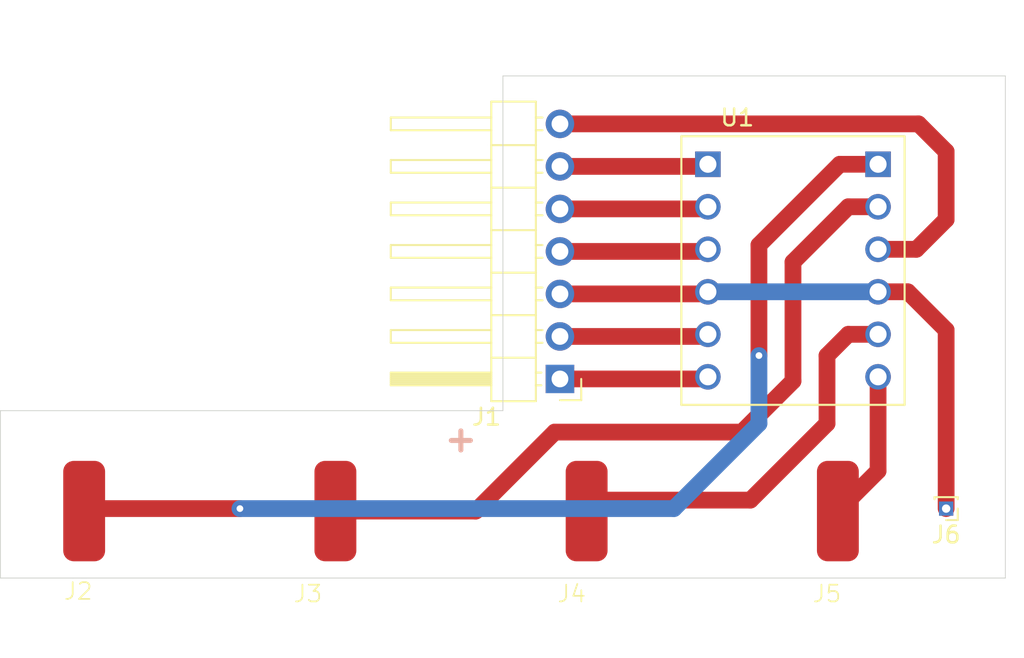
<source format=kicad_pcb>
(kicad_pcb (version 20221018) (generator pcbnew)
  (layers (0 "F.Cu" signal) (31 "B.Cu" signal) (34 "B.Paste" user) (35 "F.Paste" user) (36 "B.SilkS" user "B.Silkscreen") (37 "F.SilkS" user "F.Silkscreen") (38 "B.Mask" user) (39 "F.Mask" user) (44 "Edge.Cuts" user))
  (net 0 "")
  (net 1 "Net-(J1-Pin_1)")
  (net 2 "Net-(J1-Pin_2)")
  (net 3 "+3V3")
  (net 4 "GND")
  (net 5 "Net-(J1-Pin_6)")
  (net 6 "Net-(J1-Pin_7)")
  (net 7 "Net-(J2-Pin_1)")
  (net 8 "Net-(J3-Pin_1)")
  (net 9 "Net-(J4-Pin_1)")
  (net 10 "Net-(J5-Pin_1)")
  (net 11 "Net-(J1-Pin_5)")
  (footprint "GPIO_footprints:Pad_for_BNC" (layer "F.Cu") (at 104.648 91.291)
    (fp_text reference "J2" (at 0 -0.5 unlocked) (layer "F.SilkS") (effects (font (thickness 0.1))))
    (fp_text value "Conn_01x01")
    (pad "1" smd roundrect (at 0.352 -5.291) (size 2.5 6) (layers "F.Cu" "F.Paste" "F.Mask") (net 7 "Net-(J2-Pin_1)"))
  )
  (footprint "GPIO_footprints:Pad_for_BNC" (layer "F.Cu") (at 118.364 91.44)
    (fp_text reference "J3" (at 0 -0.5 unlocked) (layer "F.SilkS") (effects (font (thickness 0.1))))
    (fp_text value "Conn_01x01")
    (pad "1" smd roundrect (at 1.636 -5.44) (size 2.5 6) (layers "F.Cu" "F.Paste" "F.Mask") (net 8 "Net-(J3-Pin_1)"))
  )
  (footprint "Connector_PinHeader_2.54mm:PinHeader_1x07_P2.54mm_Horizontal" (layer "F.Cu") (at 133.407 78.105 180)
    (fp_text reference "J1" (at 4.385 -2.27) (layer "F.SilkS"))
    (fp_text value "Conn_01x07")
    (fp_line (start -1.27 -1.27) (end 0 -1.27) (stroke (width 0.12)) (layer "F.SilkS"))
    (fp_line (start -1.27 0) (end -1.27 -1.27) (stroke (width 0.12)) (layer "F.SilkS"))
    (fp_line (start 1.042929 2.16) (end 1.44 2.16) (stroke (width 0.12)) (layer "F.SilkS"))
    (fp_line (start 1.042929 2.92) (end 1.44 2.92) (stroke (width 0.12)) (layer "F.SilkS"))
    (fp_line (start 1.042929 4.7) (end 1.44 4.7) (stroke (width 0.12)) (layer "F.SilkS"))
    (fp_line (start 1.042929 5.46) (end 1.44 5.46) (stroke (width 0.12)) (layer "F.SilkS"))
    (fp_line (start 1.042929 7.24) (end 1.44 7.24) (stroke (width 0.12)) (layer "F.SilkS"))
    (fp_line (start 1.042929 8) (end 1.44 8) (stroke (width 0.12)) (layer "F.SilkS"))
    (fp_line (start 1.042929 9.78) (end 1.44 9.78) (stroke (width 0.12)) (layer "F.SilkS"))
    (fp_line (start 1.042929 10.54) (end 1.44 10.54) (stroke (width 0.12)) (layer "F.SilkS"))
    (fp_line (start 1.042929 12.32) (end 1.44 12.32) (stroke (width 0.12)) (layer "F.SilkS"))
    (fp_line (start 1.042929 13.08) (end 1.44 13.08) (stroke (width 0.12)) (layer "F.SilkS"))
    (fp_line (start 1.042929 14.86) (end 1.44 14.86) (stroke (width 0.12)) (layer "F.SilkS"))
    (fp_line (start 1.042929 15.62) (end 1.44 15.62) (stroke (width 0.12)) (layer "F.SilkS"))
    (fp_line (start 1.11 -0.38) (end 1.44 -0.38) (stroke (width 0.12)) (layer "F.SilkS"))
    (fp_line (start 1.11 0.38) (end 1.44 0.38) (stroke (width 0.12)) (layer "F.SilkS"))
    (fp_line (start 1.44 -1.33) (end 1.44 16.57) (stroke (width 0.12)) (layer "F.SilkS"))
    (fp_line (start 1.44 1.27) (end 4.1 1.27) (stroke (width 0.12)) (layer "F.SilkS"))
    (fp_line (start 1.44 3.81) (end 4.1 3.81) (stroke (width 0.12)) (layer "F.SilkS"))
    (fp_line (start 1.44 6.35) (end 4.1 6.35) (stroke (width 0.12)) (layer "F.SilkS"))
    (fp_line (start 1.44 8.89) (end 4.1 8.89) (stroke (width 0.12)) (layer "F.SilkS"))
    (fp_line (start 1.44 11.43) (end 4.1 11.43) (stroke (width 0.12)) (layer "F.SilkS"))
    (fp_line (start 1.44 13.97) (end 4.1 13.97) (stroke (width 0.12)) (layer "F.SilkS"))
    (fp_line (start 1.44 16.57) (end 4.1 16.57) (stroke (width 0.12)) (layer "F.SilkS"))
    (fp_line (start 4.1 -1.33) (end 1.44 -1.33) (stroke (width 0.12)) (layer "F.SilkS"))
    (fp_line (start 4.1 -0.38) (end 10.1 -0.38) (stroke (width 0.12)) (layer "F.SilkS"))
    (fp_line (start 4.1 -0.32) (end 10.1 -0.32) (stroke (width 0.12)) (layer "F.SilkS"))
    (fp_line (start 4.1 -0.2) (end 10.1 -0.2) (stroke (width 0.12)) (layer "F.SilkS"))
    (fp_line (start 4.1 -0.08) (end 10.1 -0.08) (stroke (width 0.12)) (layer "F.SilkS"))
    (fp_line (start 4.1 0.04) (end 10.1 0.04) (stroke (width 0.12)) (layer "F.SilkS"))
    (fp_line (start 4.1 0.16) (end 10.1 0.16) (stroke (width 0.12)) (layer "F.SilkS"))
    (fp_line (start 4.1 0.28) (end 10.1 0.28) (stroke (width 0.12)) (layer "F.SilkS"))
    (fp_line (start 4.1 2.16) (end 10.1 2.16) (stroke (width 0.12)) (layer "F.SilkS"))
    (fp_line (start 4.1 4.7) (end 10.1 4.7) (stroke (width 0.12)) (layer "F.SilkS"))
    (fp_line (start 4.1 7.24) (end 10.1 7.24) (stroke (width 0.12)) (layer "F.SilkS"))
    (fp_line (start 4.1 9.78) (end 10.1 9.78) (stroke (width 0.12)) (layer "F.SilkS"))
    (fp_line (start 4.1 12.32) (end 10.1 12.32) (stroke (width 0.12)) (layer "F.SilkS"))
    (fp_line (start 4.1 14.86) (end 10.1 14.86) (stroke (width 0.12)) (layer "F.SilkS"))
    (fp_line (start 4.1 16.57) (end 4.1 -1.33) (stroke (width 0.12)) (layer "F.SilkS"))
    (fp_line (start 10.1 -0.38) (end 10.1 0.38) (stroke (width 0.12)) (layer "F.SilkS"))
    (fp_line (start 10.1 0.38) (end 4.1 0.38) (stroke (width 0.12)) (layer "F.SilkS"))
    (fp_line (start 10.1 2.16) (end 10.1 2.92) (stroke (width 0.12)) (layer "F.SilkS"))
    (fp_line (start 10.1 2.92) (end 4.1 2.92) (stroke (width 0.12)) (layer "F.SilkS"))
    (fp_line (start 10.1 4.7) (end 10.1 5.46) (stroke (width 0.12)) (layer "F.SilkS"))
    (fp_line (start 10.1 5.46) (end 4.1 5.46) (stroke (width 0.12)) (layer "F.SilkS"))
    (fp_line (start 10.1 7.24) (end 10.1 8) (stroke (width 0.12)) (layer "F.SilkS"))
    (fp_line (start 10.1 8) (end 4.1 8) (stroke (width 0.12)) (layer "F.SilkS"))
    (fp_line (start 10.1 9.78) (end 10.1 10.54) (stroke (width 0.12)) (layer "F.SilkS"))
    (fp_line (start 10.1 10.54) (end 4.1 10.54) (stroke (width 0.12)) (layer "F.SilkS"))
    (fp_line (start 10.1 12.32) (end 10.1 13.08) (stroke (width 0.12)) (layer "F.SilkS"))
    (fp_line (start 10.1 13.08) (end 4.1 13.08) (stroke (width 0.12)) (layer "F.SilkS"))
    (fp_line (start 10.1 14.86) (end 10.1 15.62) (stroke (width 0.12)) (layer "F.SilkS"))
    (fp_line (start 10.1 15.62) (end 4.1 15.62) (stroke (width 0.12)) (layer "F.SilkS"))
    (pad "1" thru_hole rect (at 0 0 180) (size 1.7 1.7) (drill 1) (layers "*.Cu" "*.Mask") (net 1 "Net-(J1-Pin_1)"))
    (pad "2" thru_hole oval (at 0 2.54 180) (size 1.7 1.7) (drill 1) (layers "*.Cu" "*.Mask") (net 2 "Net-(J1-Pin_2)"))
    (pad "3" thru_hole oval (at 0 5.08 180) (size 1.7 1.7) (drill 1) (layers "*.Cu" "*.Mask") (net 4 "GND"))
    (pad "4" thru_hole oval (at 0 7.62 180) (size 1.7 1.7) (drill 1) (layers "*.Cu" "*.Mask") (net 3 "+3V3"))
    (pad "5" thru_hole oval (at 0 10.16 180) (size 1.7 1.7) (drill 1) (layers "*.Cu" "*.Mask") (net 11 "Net-(J1-Pin_5)"))
    (pad "6" thru_hole oval (at 0 12.7 180) (size 1.7 1.7) (drill 1) (layers "*.Cu" "*.Mask") (net 5 "Net-(J1-Pin_6)"))
    (pad "7" thru_hole oval (at 0 15.24 180) (size 1.7 1.7) (drill 1) (layers "*.Cu" "*.Mask") (net 6 "Net-(J1-Pin_7)"))
  )
  (footprint "GPIO_footprints:Pad_for_BNC" (layer "F.Cu") (at 149.352 91.44)
    (fp_text reference "J5" (at 0 -0.5 unlocked) (layer "F.SilkS") (effects (font (thickness 0.1))))
    (fp_text value "Conn_01x01")
    (pad "1" smd roundrect (at 0.648 -5.44) (size 2.5 6) (layers "F.Cu" "F.Paste" "F.Mask") (net 10 "Net-(J5-Pin_1)"))
  )
  (footprint "GPIO_footprints:Pad_for_BNC" (layer "F.Cu") (at 134.112 91.44)
    (fp_text reference "J4" (at 0 -0.5 unlocked) (layer "F.SilkS") (effects (font (thickness 0.1))))
    (fp_text value "Conn_01x01")
    (pad "1" smd roundrect (at 0.888 -5.44) (size 2.5 6) (layers "F.Cu" "F.Paste" "F.Mask") (net 9 "Net-(J4-Pin_1)"))
  )
  (footprint "GPIO_footprints:CONV_BOB-12009" (layer "F.Cu") (at 147.32 71.628)
    (fp_text reference "U1" (at -3.325 -9.135) (layer "F.SilkS"))
    (fp_text value "BOB-12009")
    (fp_line (start -6.665 -8.025) (end 6.665 -8.025) (stroke (width 0.127)) (layer "F.SilkS"))
    (fp_line (start -6.665 8.025) (end -6.665 -8.025) (stroke (width 0.127)) (layer "F.SilkS"))
    (fp_line (start 6.665 -8.025) (end 6.665 8.025) (stroke (width 0.127)) (layer "F.SilkS"))
    (fp_line (start 6.665 8.025) (end -6.665 8.025) (stroke (width 0.127)) (layer "F.SilkS"))
    (pad "GND_1" thru_hole circle (at 5.08 1.27) (size 1.524 1.524) (drill 1.016) (layers "*.Cu" "*.Mask") (net 4 "GND"))
    (pad "GND_2" thru_hole circle (at -5.08 1.27) (size 1.524 1.524) (drill 1.016) (layers "*.Cu" "*.Mask") (net 4 "GND"))
    (pad "HV" thru_hole circle (at 5.08 -1.27) (size 1.524 1.524) (drill 1.016) (layers "*.Cu" "*.Mask") (net 6 "Net-(J1-Pin_7)"))
    (pad "HV1" thru_hole rect (at 5.08 -6.35) (size 1.524 1.524) (drill 1.016) (layers "*.Cu" "*.Mask") (net 7 "Net-(J2-Pin_1)"))
    (pad "HV2" thru_hole circle (at 5.08 -3.81) (size 1.524 1.524) (drill 1.016) (layers "*.Cu" "*.Mask") (net 8 "Net-(J3-Pin_1)"))
    (pad "HV3" thru_hole circle (at 5.08 3.81) (size 1.524 1.524) (drill 1.016) (layers "*.Cu" "*.Mask") (net 9 "Net-(J4-Pin_1)"))
    (pad "HV4" thru_hole circle (at 5.08 6.35) (size 1.524 1.524) (drill 1.016) (layers "*.Cu" "*.Mask") (net 10 "Net-(J5-Pin_1)"))
    (pad "LV" thru_hole circle (at -5.08 -1.27) (size 1.524 1.524) (drill 1.016) (layers "*.Cu" "*.Mask") (net 3 "+3V3"))
    (pad "LV1" thru_hole rect (at -5.08 -6.35) (size 1.524 1.524) (drill 1.016) (layers "*.Cu" "*.Mask") (net 5 "Net-(J1-Pin_6)"))
    (pad "LV2" thru_hole circle (at -5.08 -3.81) (size 1.524 1.524) (drill 1.016) (layers "*.Cu" "*.Mask") (net 11 "Net-(J1-Pin_5)"))
    (pad "LV3" thru_hole circle (at -5.08 3.81) (size 1.524 1.524) (drill 1.016) (layers "*.Cu" "*.Mask") (net 2 "Net-(J1-Pin_2)"))
    (pad "LV4" thru_hole circle (at -5.08 6.35) (size 1.524 1.524) (drill 1.016) (layers "*.Cu" "*.Mask") (net 1 "Net-(J1-Pin_1)"))
  )
  (footprint "Connector_PinHeader_1.00mm:PinHeader_1x01_P1.00mm_Vertical" (layer "F.Cu") (at 156.464 85.852 180)
    (fp_text reference "J6" (at 0 -1.56 180) (layer "F.SilkS"))
    (fp_text value "Conn_01x01")
    (fp_line (start -0.695 -0.685) (end 0 -0.685) (stroke (width 0.12)) (layer "F.SilkS"))
    (fp_line (start -0.695 0) (end -0.695 -0.685) (stroke (width 0.12)) (layer "F.SilkS"))
    (fp_line (start -0.695 0.685) (end -0.695 0.56) (stroke (width 0.12)) (layer "F.SilkS"))
    (fp_line (start -0.695 0.685) (end -0.608276 0.685) (stroke (width 0.12)) (layer "F.SilkS"))
    (fp_line (start -0.695 0.685) (end 0.695 0.685) (stroke (width 0.12)) (layer "F.SilkS"))
    (fp_line (start 0.608276 0.685) (end 0.695 0.685) (stroke (width 0.12)) (layer "F.SilkS"))
    (fp_line (start 0.695 0.685) (end 0.695 0.56) (stroke (width 0.12)) (layer "F.SilkS"))
    (pad "1" thru_hole rect (at 0 0 180) (size 0.85 0.85) (drill 0.5) (layers "*.Cu" "*.Mask") (net 4 "GND"))
  )
  (gr_line (start 160 90) (end 100 90) (stroke (width 0.05)) (layer "Edge.Cuts"))
  (gr_line (start 100 90) (end 100 80) (stroke (width 0.05)) (layer "Edge.Cuts"))
  (gr_line (start 130 80) (end 100 80) (stroke (width 0.05)) (layer "Edge.Cuts"))
  (gr_line (start 130 80) (end 130 60) (stroke (width 0.05)) (layer "Edge.Cuts"))
  (gr_line (start 130 60) (end 160 60) (stroke (width 0.05)) (layer "Edge.Cuts"))
  (gr_line (start 160 90) (end 160 60) (stroke (width 0.05)) (layer "Edge.Cuts"))
  (gr_text "+" (at 126.365 82.55) (layer "B.SilkS") (effects (font (size 1.5 1.5) (thickness 0.3) bold) (justify left bottom)))
  (segment (start 142.113 78.105) (end 142.24 77.978) (width 1) (layer "F.Cu") (net 1))
  (segment (start 133.407 78.105) (end 142.113 78.105) (width 1) (layer "F.Cu") (net 1))
  (segment (start 133.407 75.565) (end 142.113 75.565) (width 1) (layer "F.Cu") (net 2))
  (segment (start 142.113 75.565) (end 142.24 75.438) (width 1) (layer "F.Cu") (net 2))
  (segment (start 142.113 70.485) (end 142.24 70.358) (width 1) (layer "F.Cu") (net 3))
  (segment (start 133.407 70.485) (end 142.113 70.485) (width 1) (layer "F.Cu") (net 3))
  (segment (start 142.113 73.025) (end 142.24 72.898) (width 1) (layer "F.Cu") (net 4))
  (segment (start 152.4 72.898) (end 154.178 72.898) (width 1) (layer "F.Cu") (net 4))
  (segment (start 154.178 72.898) (end 156.464 75.184) (width 1) (layer "F.Cu") (net 4))
  (segment (start 133.407 73.025) (end 142.113 73.025) (width 1) (layer "F.Cu") (net 4))
  (segment (start 156.464 75.184) (end 156.464 85.852) (width 1) (layer "F.Cu") (net 4))
  (segment (start 142.24 72.898) (end 152.4 72.898) (width 1) (layer "B.Cu") (net 4))
  (segment (start 142.113 65.405) (end 142.24 65.278) (width 1) (layer "F.Cu") (net 5))
  (segment (start 133.407 65.405) (end 142.113 65.405) (width 1) (layer "F.Cu") (net 5))
  (segment (start 154.686 70.358) (end 152.4 70.358) (width 1) (layer "F.Cu") (net 6))
  (segment (start 156.464 64.516) (end 156.464 68.58) (width 1) (layer "F.Cu") (net 6))
  (segment (start 156.464 68.58) (end 154.686 70.358) (width 1) (layer "F.Cu") (net 6))
  (segment (start 154.813 62.865) (end 156.464 64.516) (width 1) (layer "F.Cu") (net 6))
  (segment (start 133.407 62.865) (end 154.813 62.865) (width 1) (layer "F.Cu") (net 6))
  (segment (start 105 86) (end 105.148 85.852) (width 1) (layer "F.Cu") (net 7))
  (segment (start 145.288 76.708) (end 145.288 70.104) (width 1) (layer "F.Cu") (net 7))
  (segment (start 150.114 65.278) (end 152.4 65.278) (width 1) (layer "F.Cu") (net 7))
  (segment (start 145.288 70.104) (end 150.114 65.278) (width 1) (layer "F.Cu") (net 7))
  (segment (start 105.148 85.852) (end 114.3 85.852) (width 1) (layer "F.Cu") (net 7))
  (via (at 114.3 85.852) (size 0.8) (drill 0.4) (layers "F.Cu" "B.Cu") (net 7))
  (via (at 145.288 76.708) (size 0.8) (drill 0.4) (layers "F.Cu" "B.Cu") (net 7))
  (segment (start 145.288 76.708) (end 145.288 80.772) (width 1) (layer "B.Cu") (net 7))
  (segment (start 140.208 85.852) (end 114.3 85.852) (width 1) (layer "B.Cu") (net 7))
  (segment (start 145.288 80.772) (end 140.208 85.852) (width 1) (layer "B.Cu") (net 7))
  (segment (start 128.376 86) (end 133.096 81.28) (width 1) (layer "F.Cu") (net 8))
  (segment (start 147.32 71.12) (end 150.622 67.818) (width 1) (layer "F.Cu") (net 8))
  (segment (start 144.272 81.28) (end 147.32 78.232) (width 1) (layer "F.Cu") (net 8))
  (segment (start 147.32 78.232) (end 147.32 71.12) (width 1) (layer "F.Cu") (net 8))
  (segment (start 133.096 81.28) (end 144.272 81.28) (width 1) (layer "F.Cu") (net 8))
  (segment (start 150.622 67.818) (end 152.4 67.818) (width 1) (layer "F.Cu") (net 8))
  (segment (start 120 86) (end 128.376 86) (width 1) (layer "F.Cu") (net 8))
  (segment (start 144.78 85.344) (end 135.656 85.344) (width 1) (layer "F.Cu") (net 9))
  (segment (start 152.4 75.438) (end 150.622 75.438) (width 1) (layer "F.Cu") (net 9))
  (segment (start 135.656 85.344) (end 135 86) (width 1) (layer "F.Cu") (net 9))
  (segment (start 149.352 80.772) (end 144.78 85.344) (width 1) (layer "F.Cu") (net 9))
  (segment (start 149.352 76.708) (end 149.352 80.772) (width 1) (layer "F.Cu") (net 9))
  (segment (start 150.622 75.438) (end 149.352 76.708) (width 1) (layer "F.Cu") (net 9))
  (segment (start 152.4 77.978) (end 152.4 83.6) (width 1) (layer "F.Cu") (net 10))
  (segment (start 152.4 83.6) (end 150 86) (width 1) (layer "F.Cu") (net 10))
  (segment (start 133.407 67.945) (end 142.113 67.945) (width 1) (layer "F.Cu") (net 11))
  (segment (start 142.113 67.945) (end 142.24 67.818) (width 1) (layer "F.Cu") (net 11))
)
</source>
